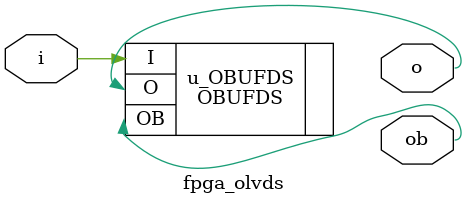
<source format=v>
module fpga_olvds (
	i,
	o,
	ob
);
	input wire i;
	output wire o;
	output wire ob;
	OBUFDS #(
		.IOSTANDARD("TMDS_33"),
		.SLEW("FAST")
	) u_OBUFDS(
		.O(o),
		.OB(ob),
		.I(i)
	);
endmodule

</source>
